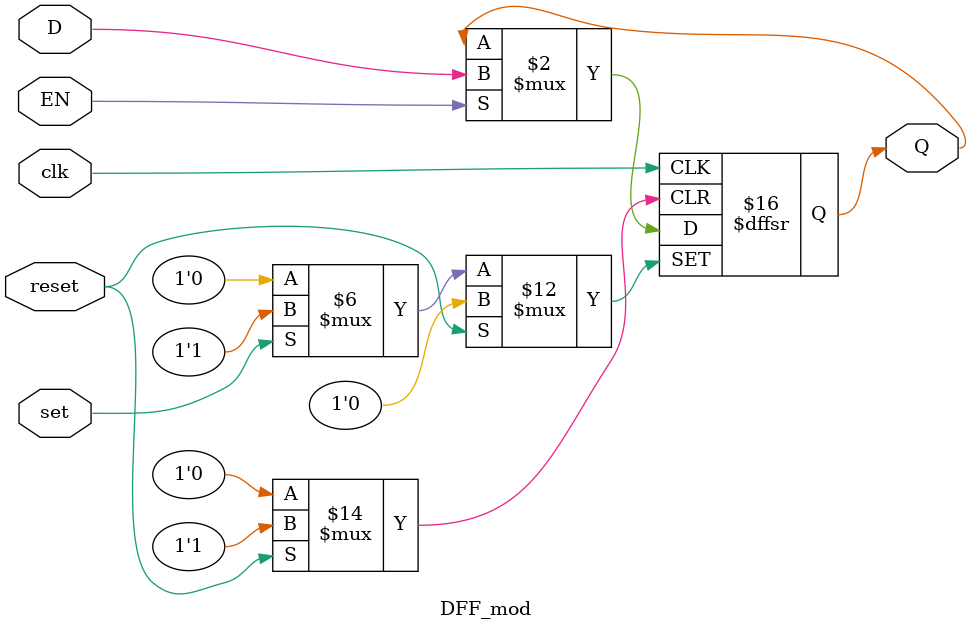
<source format=sv>
/* This module implments a DQ Flip Flop with Set, Enable and Synchrouns Reset Signals */
module DFF_mod( clk, reset, set, EN, D, Q);

input logic clk, reset, EN, D, set;
output logic Q;

// asynchronous reset
// At Positive edge of the clock, check the set signal to set the FF.
// Then check reset and if it euqals '0', pass D to Q if it is enabled.
always_ff @(posedge clk, posedge reset, posedge set)
if (set) Q <= 1;
else if (reset) Q <= 0;
else if (EN) Q <= D;
endmodule

</source>
